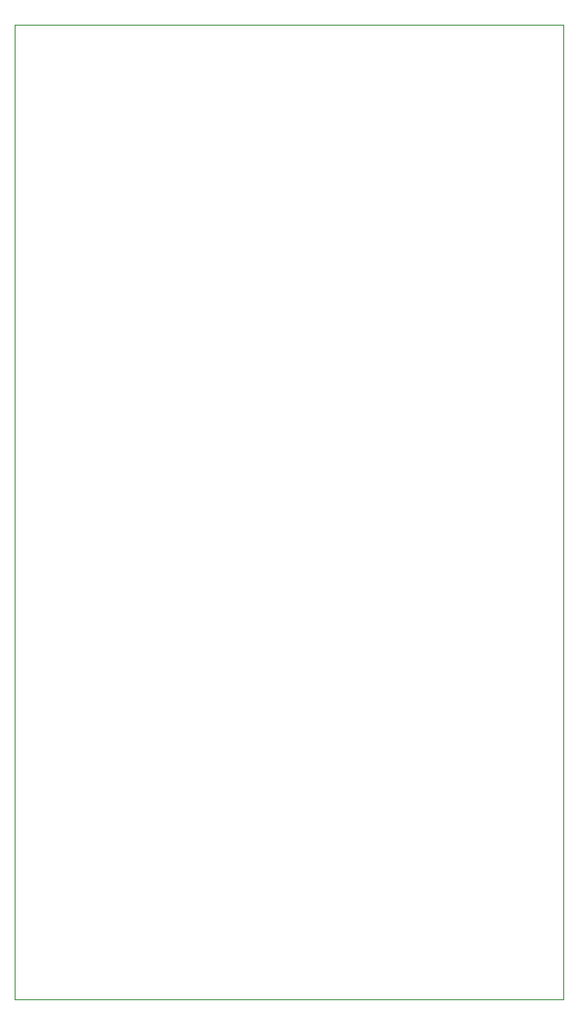
<source format=gbr>
%TF.GenerationSoftware,KiCad,Pcbnew,(5.1.6)-1*%
%TF.CreationDate,2026-02-23T13:11:28-05:00*%
%TF.ProjectId,gps_board,6770735f-626f-4617-9264-2e6b69636164,rev?*%
%TF.SameCoordinates,PX231fb30PY77e7cd0*%
%TF.FileFunction,Profile,NP*%
%FSLAX46Y46*%
G04 Gerber Fmt 4.6, Leading zero omitted, Abs format (unit mm)*
G04 Created by KiCad (PCBNEW (5.1.6)-1) date 2026-02-23 13:11:28*
%MOMM*%
%LPD*%
G01*
G04 APERTURE LIST*
%TA.AperFunction,Profile*%
%ADD10C,0.100000*%
%TD*%
G04 APERTURE END LIST*
D10*
X50800000Y0D02*
X0Y0D01*
X50800000Y90170000D02*
X50800000Y0D01*
X0Y90170000D02*
X50800000Y90170000D01*
X0Y0D02*
X0Y90170000D01*
M02*

</source>
